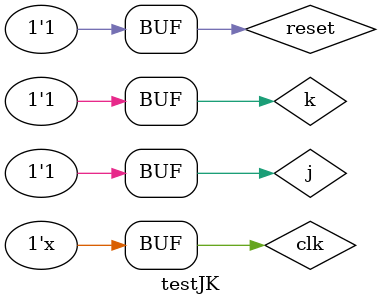
<source format=v>
module jk_ff(j,k,clk,q,qbar,reset);
input j,k,clk,reset;
output q,qbar;
reg q,qbar;
always @(posedge clk)
begin
    case({j,k})
    2'b00:begin q=1 ;qbar=0; end
    2'b01:begin q=0;qbar=1; end
    2'b10:begin q=1;qbar=0; end
    2'b11:begin q=0;qbar=1;end
    endcase
end
endmodule

module testJK;
reg clk,reset,j,k;
wire q,qbar;
jk_ff jk(j,k,clk,q,qbar,reset);

initial begin
    $monitor(q,qbar);
    #5 j=0;k=0;reset=0;
    #5 j=1;k=0;reset=0;
    #5 j=0;k=1;reset=0;
    #5 j=1;k=1;reset=0;
    #5 j=0;k=0;reset=1;
    #5 j=1;k=0;reset=1;
    #5 j=0;k=1;reset=1;
    #5 j=1;k=1;reset=1;
    
end
//create clk

always @*
begin
    $monitor(clk);

    #5 clk=~clk;
end
endmodule
</source>
